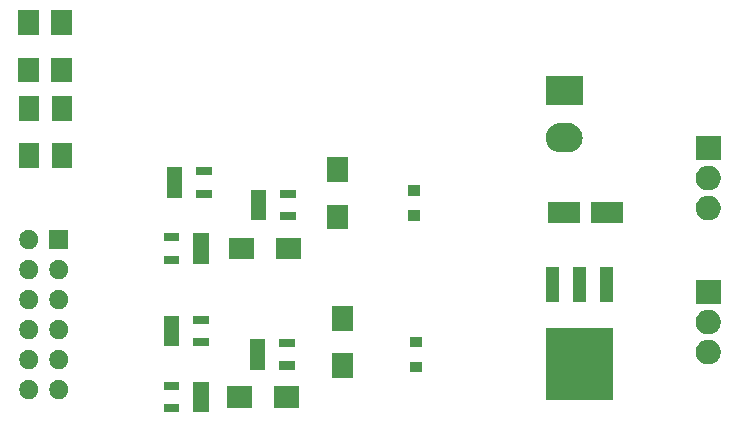
<source format=gts>
G04 #@! TF.GenerationSoftware,KiCad,Pcbnew,(5.1.2)-2*
G04 #@! TF.CreationDate,2019-07-07T18:05:40+09:00*
G04 #@! TF.ProjectId,PmodICSIF,506d6f64-4943-4534-9946-2e6b69636164,rev?*
G04 #@! TF.SameCoordinates,Original*
G04 #@! TF.FileFunction,Soldermask,Top*
G04 #@! TF.FilePolarity,Negative*
%FSLAX46Y46*%
G04 Gerber Fmt 4.6, Leading zero omitted, Abs format (unit mm)*
G04 Created by KiCad (PCBNEW (5.1.2)-2) date 2019-07-07 18:05:40*
%MOMM*%
%LPD*%
G04 APERTURE LIST*
%ADD10C,0.100000*%
G04 APERTURE END LIST*
D10*
G36*
X88896000Y-98456000D02*
G01*
X87594000Y-98456000D01*
X87594000Y-95854000D01*
X88896000Y-95854000D01*
X88896000Y-98456000D01*
X88896000Y-98456000D01*
G37*
G36*
X86396000Y-98456000D02*
G01*
X85094000Y-98456000D01*
X85094000Y-97754000D01*
X86396000Y-97754000D01*
X86396000Y-98456000D01*
X86396000Y-98456000D01*
G37*
G36*
X92555000Y-98056000D02*
G01*
X90453000Y-98056000D01*
X90453000Y-96254000D01*
X92555000Y-96254000D01*
X92555000Y-98056000D01*
X92555000Y-98056000D01*
G37*
G36*
X96555000Y-98056000D02*
G01*
X94453000Y-98056000D01*
X94453000Y-96254000D01*
X96555000Y-96254000D01*
X96555000Y-98056000D01*
X96555000Y-98056000D01*
G37*
G36*
X123091000Y-97406000D02*
G01*
X117439000Y-97406000D01*
X117439000Y-91354000D01*
X123091000Y-91354000D01*
X123091000Y-97406000D01*
X123091000Y-97406000D01*
G37*
G36*
X73897142Y-95738242D02*
G01*
X74045101Y-95799529D01*
X74178255Y-95888499D01*
X74291501Y-96001745D01*
X74380471Y-96134899D01*
X74441758Y-96282858D01*
X74473000Y-96439925D01*
X74473000Y-96600075D01*
X74441758Y-96757142D01*
X74380471Y-96905101D01*
X74291501Y-97038255D01*
X74178255Y-97151501D01*
X74045101Y-97240471D01*
X73897142Y-97301758D01*
X73740075Y-97333000D01*
X73579925Y-97333000D01*
X73422858Y-97301758D01*
X73274899Y-97240471D01*
X73141745Y-97151501D01*
X73028499Y-97038255D01*
X72939529Y-96905101D01*
X72878242Y-96757142D01*
X72847000Y-96600075D01*
X72847000Y-96439925D01*
X72878242Y-96282858D01*
X72939529Y-96134899D01*
X73028499Y-96001745D01*
X73141745Y-95888499D01*
X73274899Y-95799529D01*
X73422858Y-95738242D01*
X73579925Y-95707000D01*
X73740075Y-95707000D01*
X73897142Y-95738242D01*
X73897142Y-95738242D01*
G37*
G36*
X76437142Y-95738242D02*
G01*
X76585101Y-95799529D01*
X76718255Y-95888499D01*
X76831501Y-96001745D01*
X76920471Y-96134899D01*
X76981758Y-96282858D01*
X77013000Y-96439925D01*
X77013000Y-96600075D01*
X76981758Y-96757142D01*
X76920471Y-96905101D01*
X76831501Y-97038255D01*
X76718255Y-97151501D01*
X76585101Y-97240471D01*
X76437142Y-97301758D01*
X76280075Y-97333000D01*
X76119925Y-97333000D01*
X75962858Y-97301758D01*
X75814899Y-97240471D01*
X75681745Y-97151501D01*
X75568499Y-97038255D01*
X75479529Y-96905101D01*
X75418242Y-96757142D01*
X75387000Y-96600075D01*
X75387000Y-96439925D01*
X75418242Y-96282858D01*
X75479529Y-96134899D01*
X75568499Y-96001745D01*
X75681745Y-95888499D01*
X75814899Y-95799529D01*
X75962858Y-95738242D01*
X76119925Y-95707000D01*
X76280075Y-95707000D01*
X76437142Y-95738242D01*
X76437142Y-95738242D01*
G37*
G36*
X86396000Y-96556000D02*
G01*
X85094000Y-96556000D01*
X85094000Y-95854000D01*
X86396000Y-95854000D01*
X86396000Y-96556000D01*
X86396000Y-96556000D01*
G37*
G36*
X101104000Y-95539000D02*
G01*
X99302000Y-95539000D01*
X99302000Y-93437000D01*
X101104000Y-93437000D01*
X101104000Y-95539000D01*
X101104000Y-95539000D01*
G37*
G36*
X106927000Y-95066000D02*
G01*
X105925000Y-95066000D01*
X105925000Y-94164000D01*
X106927000Y-94164000D01*
X106927000Y-95066000D01*
X106927000Y-95066000D01*
G37*
G36*
X96155000Y-94834000D02*
G01*
X94853000Y-94834000D01*
X94853000Y-94132000D01*
X96155000Y-94132000D01*
X96155000Y-94834000D01*
X96155000Y-94834000D01*
G37*
G36*
X93655000Y-94834000D02*
G01*
X92353000Y-94834000D01*
X92353000Y-92232000D01*
X93655000Y-92232000D01*
X93655000Y-94834000D01*
X93655000Y-94834000D01*
G37*
G36*
X73897142Y-93198242D02*
G01*
X74045101Y-93259529D01*
X74178255Y-93348499D01*
X74291501Y-93461745D01*
X74380471Y-93594899D01*
X74441758Y-93742858D01*
X74473000Y-93899925D01*
X74473000Y-94060075D01*
X74441758Y-94217142D01*
X74380471Y-94365101D01*
X74291501Y-94498255D01*
X74178255Y-94611501D01*
X74045101Y-94700471D01*
X73897142Y-94761758D01*
X73740075Y-94793000D01*
X73579925Y-94793000D01*
X73422858Y-94761758D01*
X73274899Y-94700471D01*
X73141745Y-94611501D01*
X73028499Y-94498255D01*
X72939529Y-94365101D01*
X72878242Y-94217142D01*
X72847000Y-94060075D01*
X72847000Y-93899925D01*
X72878242Y-93742858D01*
X72939529Y-93594899D01*
X73028499Y-93461745D01*
X73141745Y-93348499D01*
X73274899Y-93259529D01*
X73422858Y-93198242D01*
X73579925Y-93167000D01*
X73740075Y-93167000D01*
X73897142Y-93198242D01*
X73897142Y-93198242D01*
G37*
G36*
X76437142Y-93198242D02*
G01*
X76585101Y-93259529D01*
X76718255Y-93348499D01*
X76831501Y-93461745D01*
X76920471Y-93594899D01*
X76981758Y-93742858D01*
X77013000Y-93899925D01*
X77013000Y-94060075D01*
X76981758Y-94217142D01*
X76920471Y-94365101D01*
X76831501Y-94498255D01*
X76718255Y-94611501D01*
X76585101Y-94700471D01*
X76437142Y-94761758D01*
X76280075Y-94793000D01*
X76119925Y-94793000D01*
X75962858Y-94761758D01*
X75814899Y-94700471D01*
X75681745Y-94611501D01*
X75568499Y-94498255D01*
X75479529Y-94365101D01*
X75418242Y-94217142D01*
X75387000Y-94060075D01*
X75387000Y-93899925D01*
X75418242Y-93742858D01*
X75479529Y-93594899D01*
X75568499Y-93461745D01*
X75681745Y-93348499D01*
X75814899Y-93259529D01*
X75962858Y-93198242D01*
X76119925Y-93167000D01*
X76280075Y-93167000D01*
X76437142Y-93198242D01*
X76437142Y-93198242D01*
G37*
G36*
X131497564Y-92334389D02*
G01*
X131688833Y-92413615D01*
X131688835Y-92413616D01*
X131860973Y-92528635D01*
X132007365Y-92675027D01*
X132122385Y-92847167D01*
X132201611Y-93038436D01*
X132242000Y-93241484D01*
X132242000Y-93448516D01*
X132201611Y-93651564D01*
X132163796Y-93742857D01*
X132122384Y-93842835D01*
X132007365Y-94014973D01*
X131860973Y-94161365D01*
X131688835Y-94276384D01*
X131688834Y-94276385D01*
X131688833Y-94276385D01*
X131497564Y-94355611D01*
X131294516Y-94396000D01*
X131087484Y-94396000D01*
X130884436Y-94355611D01*
X130693167Y-94276385D01*
X130693166Y-94276385D01*
X130693165Y-94276384D01*
X130521027Y-94161365D01*
X130374635Y-94014973D01*
X130259616Y-93842835D01*
X130218204Y-93742857D01*
X130180389Y-93651564D01*
X130140000Y-93448516D01*
X130140000Y-93241484D01*
X130180389Y-93038436D01*
X130259615Y-92847167D01*
X130374635Y-92675027D01*
X130521027Y-92528635D01*
X130693165Y-92413616D01*
X130693167Y-92413615D01*
X130884436Y-92334389D01*
X131087484Y-92294000D01*
X131294516Y-92294000D01*
X131497564Y-92334389D01*
X131497564Y-92334389D01*
G37*
G36*
X106927000Y-92966000D02*
G01*
X105925000Y-92966000D01*
X105925000Y-92064000D01*
X106927000Y-92064000D01*
X106927000Y-92966000D01*
X106927000Y-92966000D01*
G37*
G36*
X96155000Y-92934000D02*
G01*
X94853000Y-92934000D01*
X94853000Y-92232000D01*
X96155000Y-92232000D01*
X96155000Y-92934000D01*
X96155000Y-92934000D01*
G37*
G36*
X86396000Y-92868000D02*
G01*
X85094000Y-92868000D01*
X85094000Y-90266000D01*
X86396000Y-90266000D01*
X86396000Y-92868000D01*
X86396000Y-92868000D01*
G37*
G36*
X88896000Y-92868000D02*
G01*
X87594000Y-92868000D01*
X87594000Y-92166000D01*
X88896000Y-92166000D01*
X88896000Y-92868000D01*
X88896000Y-92868000D01*
G37*
G36*
X76437142Y-90658242D02*
G01*
X76585101Y-90719529D01*
X76718255Y-90808499D01*
X76831501Y-90921745D01*
X76920471Y-91054899D01*
X76981758Y-91202858D01*
X77013000Y-91359925D01*
X77013000Y-91520075D01*
X76981758Y-91677142D01*
X76920471Y-91825101D01*
X76831501Y-91958255D01*
X76718255Y-92071501D01*
X76585101Y-92160471D01*
X76437142Y-92221758D01*
X76280075Y-92253000D01*
X76119925Y-92253000D01*
X75962858Y-92221758D01*
X75814899Y-92160471D01*
X75681745Y-92071501D01*
X75568499Y-91958255D01*
X75479529Y-91825101D01*
X75418242Y-91677142D01*
X75387000Y-91520075D01*
X75387000Y-91359925D01*
X75418242Y-91202858D01*
X75479529Y-91054899D01*
X75568499Y-90921745D01*
X75681745Y-90808499D01*
X75814899Y-90719529D01*
X75962858Y-90658242D01*
X76119925Y-90627000D01*
X76280075Y-90627000D01*
X76437142Y-90658242D01*
X76437142Y-90658242D01*
G37*
G36*
X73897142Y-90658242D02*
G01*
X74045101Y-90719529D01*
X74178255Y-90808499D01*
X74291501Y-90921745D01*
X74380471Y-91054899D01*
X74441758Y-91202858D01*
X74473000Y-91359925D01*
X74473000Y-91520075D01*
X74441758Y-91677142D01*
X74380471Y-91825101D01*
X74291501Y-91958255D01*
X74178255Y-92071501D01*
X74045101Y-92160471D01*
X73897142Y-92221758D01*
X73740075Y-92253000D01*
X73579925Y-92253000D01*
X73422858Y-92221758D01*
X73274899Y-92160471D01*
X73141745Y-92071501D01*
X73028499Y-91958255D01*
X72939529Y-91825101D01*
X72878242Y-91677142D01*
X72847000Y-91520075D01*
X72847000Y-91359925D01*
X72878242Y-91202858D01*
X72939529Y-91054899D01*
X73028499Y-90921745D01*
X73141745Y-90808499D01*
X73274899Y-90719529D01*
X73422858Y-90658242D01*
X73579925Y-90627000D01*
X73740075Y-90627000D01*
X73897142Y-90658242D01*
X73897142Y-90658242D01*
G37*
G36*
X131497564Y-89794389D02*
G01*
X131688833Y-89873615D01*
X131688835Y-89873616D01*
X131860973Y-89988635D01*
X132007365Y-90135027D01*
X132122385Y-90307167D01*
X132201611Y-90498436D01*
X132242000Y-90701484D01*
X132242000Y-90908516D01*
X132201611Y-91111564D01*
X132163796Y-91202857D01*
X132122384Y-91302835D01*
X132007365Y-91474973D01*
X131860973Y-91621365D01*
X131688835Y-91736384D01*
X131688834Y-91736385D01*
X131688833Y-91736385D01*
X131497564Y-91815611D01*
X131294516Y-91856000D01*
X131087484Y-91856000D01*
X130884436Y-91815611D01*
X130693167Y-91736385D01*
X130693166Y-91736385D01*
X130693165Y-91736384D01*
X130521027Y-91621365D01*
X130374635Y-91474973D01*
X130259616Y-91302835D01*
X130218204Y-91202857D01*
X130180389Y-91111564D01*
X130140000Y-90908516D01*
X130140000Y-90701484D01*
X130180389Y-90498436D01*
X130259615Y-90307167D01*
X130374635Y-90135027D01*
X130521027Y-89988635D01*
X130693165Y-89873616D01*
X130693167Y-89873615D01*
X130884436Y-89794389D01*
X131087484Y-89754000D01*
X131294516Y-89754000D01*
X131497564Y-89794389D01*
X131497564Y-89794389D01*
G37*
G36*
X101104000Y-91539000D02*
G01*
X99302000Y-91539000D01*
X99302000Y-89437000D01*
X101104000Y-89437000D01*
X101104000Y-91539000D01*
X101104000Y-91539000D01*
G37*
G36*
X88896000Y-90968000D02*
G01*
X87594000Y-90968000D01*
X87594000Y-90266000D01*
X88896000Y-90266000D01*
X88896000Y-90968000D01*
X88896000Y-90968000D01*
G37*
G36*
X73897142Y-88118242D02*
G01*
X74045101Y-88179529D01*
X74178255Y-88268499D01*
X74291501Y-88381745D01*
X74380471Y-88514899D01*
X74441758Y-88662858D01*
X74473000Y-88819925D01*
X74473000Y-88980075D01*
X74441758Y-89137142D01*
X74380471Y-89285101D01*
X74291501Y-89418255D01*
X74178255Y-89531501D01*
X74045101Y-89620471D01*
X73897142Y-89681758D01*
X73740075Y-89713000D01*
X73579925Y-89713000D01*
X73422858Y-89681758D01*
X73274899Y-89620471D01*
X73141745Y-89531501D01*
X73028499Y-89418255D01*
X72939529Y-89285101D01*
X72878242Y-89137142D01*
X72847000Y-88980075D01*
X72847000Y-88819925D01*
X72878242Y-88662858D01*
X72939529Y-88514899D01*
X73028499Y-88381745D01*
X73141745Y-88268499D01*
X73274899Y-88179529D01*
X73422858Y-88118242D01*
X73579925Y-88087000D01*
X73740075Y-88087000D01*
X73897142Y-88118242D01*
X73897142Y-88118242D01*
G37*
G36*
X76437142Y-88118242D02*
G01*
X76585101Y-88179529D01*
X76718255Y-88268499D01*
X76831501Y-88381745D01*
X76920471Y-88514899D01*
X76981758Y-88662858D01*
X77013000Y-88819925D01*
X77013000Y-88980075D01*
X76981758Y-89137142D01*
X76920471Y-89285101D01*
X76831501Y-89418255D01*
X76718255Y-89531501D01*
X76585101Y-89620471D01*
X76437142Y-89681758D01*
X76280075Y-89713000D01*
X76119925Y-89713000D01*
X75962858Y-89681758D01*
X75814899Y-89620471D01*
X75681745Y-89531501D01*
X75568499Y-89418255D01*
X75479529Y-89285101D01*
X75418242Y-89137142D01*
X75387000Y-88980075D01*
X75387000Y-88819925D01*
X75418242Y-88662858D01*
X75479529Y-88514899D01*
X75568499Y-88381745D01*
X75681745Y-88268499D01*
X75814899Y-88179529D01*
X75962858Y-88118242D01*
X76119925Y-88087000D01*
X76280075Y-88087000D01*
X76437142Y-88118242D01*
X76437142Y-88118242D01*
G37*
G36*
X132242000Y-89316000D02*
G01*
X130140000Y-89316000D01*
X130140000Y-87214000D01*
X132242000Y-87214000D01*
X132242000Y-89316000D01*
X132242000Y-89316000D01*
G37*
G36*
X120816000Y-89106000D02*
G01*
X119714000Y-89106000D01*
X119714000Y-86154000D01*
X120816000Y-86154000D01*
X120816000Y-89106000D01*
X120816000Y-89106000D01*
G37*
G36*
X123106000Y-89106000D02*
G01*
X122004000Y-89106000D01*
X122004000Y-86154000D01*
X123106000Y-86154000D01*
X123106000Y-89106000D01*
X123106000Y-89106000D01*
G37*
G36*
X118526000Y-89106000D02*
G01*
X117424000Y-89106000D01*
X117424000Y-86154000D01*
X118526000Y-86154000D01*
X118526000Y-89106000D01*
X118526000Y-89106000D01*
G37*
G36*
X73897142Y-85578242D02*
G01*
X74045101Y-85639529D01*
X74178255Y-85728499D01*
X74291501Y-85841745D01*
X74380471Y-85974899D01*
X74441758Y-86122858D01*
X74473000Y-86279925D01*
X74473000Y-86440075D01*
X74441758Y-86597142D01*
X74380471Y-86745101D01*
X74291501Y-86878255D01*
X74178255Y-86991501D01*
X74045101Y-87080471D01*
X73897142Y-87141758D01*
X73740075Y-87173000D01*
X73579925Y-87173000D01*
X73422858Y-87141758D01*
X73274899Y-87080471D01*
X73141745Y-86991501D01*
X73028499Y-86878255D01*
X72939529Y-86745101D01*
X72878242Y-86597142D01*
X72847000Y-86440075D01*
X72847000Y-86279925D01*
X72878242Y-86122858D01*
X72939529Y-85974899D01*
X73028499Y-85841745D01*
X73141745Y-85728499D01*
X73274899Y-85639529D01*
X73422858Y-85578242D01*
X73579925Y-85547000D01*
X73740075Y-85547000D01*
X73897142Y-85578242D01*
X73897142Y-85578242D01*
G37*
G36*
X76437142Y-85578242D02*
G01*
X76585101Y-85639529D01*
X76718255Y-85728499D01*
X76831501Y-85841745D01*
X76920471Y-85974899D01*
X76981758Y-86122858D01*
X77013000Y-86279925D01*
X77013000Y-86440075D01*
X76981758Y-86597142D01*
X76920471Y-86745101D01*
X76831501Y-86878255D01*
X76718255Y-86991501D01*
X76585101Y-87080471D01*
X76437142Y-87141758D01*
X76280075Y-87173000D01*
X76119925Y-87173000D01*
X75962858Y-87141758D01*
X75814899Y-87080471D01*
X75681745Y-86991501D01*
X75568499Y-86878255D01*
X75479529Y-86745101D01*
X75418242Y-86597142D01*
X75387000Y-86440075D01*
X75387000Y-86279925D01*
X75418242Y-86122858D01*
X75479529Y-85974899D01*
X75568499Y-85841745D01*
X75681745Y-85728499D01*
X75814899Y-85639529D01*
X75962858Y-85578242D01*
X76119925Y-85547000D01*
X76280075Y-85547000D01*
X76437142Y-85578242D01*
X76437142Y-85578242D01*
G37*
G36*
X88896000Y-85883000D02*
G01*
X87594000Y-85883000D01*
X87594000Y-83281000D01*
X88896000Y-83281000D01*
X88896000Y-85883000D01*
X88896000Y-85883000D01*
G37*
G36*
X86396000Y-85883000D02*
G01*
X85094000Y-85883000D01*
X85094000Y-85181000D01*
X86396000Y-85181000D01*
X86396000Y-85883000D01*
X86396000Y-85883000D01*
G37*
G36*
X92682000Y-85483000D02*
G01*
X90580000Y-85483000D01*
X90580000Y-83681000D01*
X92682000Y-83681000D01*
X92682000Y-85483000D01*
X92682000Y-85483000D01*
G37*
G36*
X96682000Y-85483000D02*
G01*
X94580000Y-85483000D01*
X94580000Y-83681000D01*
X96682000Y-83681000D01*
X96682000Y-85483000D01*
X96682000Y-85483000D01*
G37*
G36*
X77013000Y-84633000D02*
G01*
X75387000Y-84633000D01*
X75387000Y-83007000D01*
X77013000Y-83007000D01*
X77013000Y-84633000D01*
X77013000Y-84633000D01*
G37*
G36*
X73897142Y-83038242D02*
G01*
X74045101Y-83099529D01*
X74178255Y-83188499D01*
X74291501Y-83301745D01*
X74380471Y-83434899D01*
X74441758Y-83582858D01*
X74473000Y-83739925D01*
X74473000Y-83900075D01*
X74441758Y-84057142D01*
X74380471Y-84205101D01*
X74291501Y-84338255D01*
X74178255Y-84451501D01*
X74045101Y-84540471D01*
X73897142Y-84601758D01*
X73740075Y-84633000D01*
X73579925Y-84633000D01*
X73422858Y-84601758D01*
X73274899Y-84540471D01*
X73141745Y-84451501D01*
X73028499Y-84338255D01*
X72939529Y-84205101D01*
X72878242Y-84057142D01*
X72847000Y-83900075D01*
X72847000Y-83739925D01*
X72878242Y-83582858D01*
X72939529Y-83434899D01*
X73028499Y-83301745D01*
X73141745Y-83188499D01*
X73274899Y-83099529D01*
X73422858Y-83038242D01*
X73579925Y-83007000D01*
X73740075Y-83007000D01*
X73897142Y-83038242D01*
X73897142Y-83038242D01*
G37*
G36*
X86396000Y-83983000D02*
G01*
X85094000Y-83983000D01*
X85094000Y-83281000D01*
X86396000Y-83281000D01*
X86396000Y-83983000D01*
X86396000Y-83983000D01*
G37*
G36*
X100723000Y-82966000D02*
G01*
X98921000Y-82966000D01*
X98921000Y-80864000D01*
X100723000Y-80864000D01*
X100723000Y-82966000D01*
X100723000Y-82966000D01*
G37*
G36*
X120350000Y-82385000D02*
G01*
X117648000Y-82385000D01*
X117648000Y-80683000D01*
X120350000Y-80683000D01*
X120350000Y-82385000D01*
X120350000Y-82385000D01*
G37*
G36*
X123950000Y-82385000D02*
G01*
X121248000Y-82385000D01*
X121248000Y-80683000D01*
X123950000Y-80683000D01*
X123950000Y-82385000D01*
X123950000Y-82385000D01*
G37*
G36*
X106800000Y-82239000D02*
G01*
X105798000Y-82239000D01*
X105798000Y-81337000D01*
X106800000Y-81337000D01*
X106800000Y-82239000D01*
X106800000Y-82239000D01*
G37*
G36*
X131497564Y-80142389D02*
G01*
X131688833Y-80221615D01*
X131688835Y-80221616D01*
X131860973Y-80336635D01*
X132007365Y-80483027D01*
X132050779Y-80548000D01*
X132122385Y-80655167D01*
X132201611Y-80846436D01*
X132242000Y-81049484D01*
X132242000Y-81256516D01*
X132201611Y-81459564D01*
X132185690Y-81498000D01*
X132122384Y-81650835D01*
X132007365Y-81822973D01*
X131860973Y-81969365D01*
X131688835Y-82084384D01*
X131688834Y-82084385D01*
X131688833Y-82084385D01*
X131497564Y-82163611D01*
X131294516Y-82204000D01*
X131087484Y-82204000D01*
X130884436Y-82163611D01*
X130693167Y-82084385D01*
X130693166Y-82084385D01*
X130693165Y-82084384D01*
X130521027Y-81969365D01*
X130374635Y-81822973D01*
X130259616Y-81650835D01*
X130196310Y-81498000D01*
X130180389Y-81459564D01*
X130140000Y-81256516D01*
X130140000Y-81049484D01*
X130180389Y-80846436D01*
X130259615Y-80655167D01*
X130331222Y-80548000D01*
X130374635Y-80483027D01*
X130521027Y-80336635D01*
X130693165Y-80221616D01*
X130693167Y-80221615D01*
X130884436Y-80142389D01*
X131087484Y-80102000D01*
X131294516Y-80102000D01*
X131497564Y-80142389D01*
X131497564Y-80142389D01*
G37*
G36*
X93762000Y-82200000D02*
G01*
X92460000Y-82200000D01*
X92460000Y-79598000D01*
X93762000Y-79598000D01*
X93762000Y-82200000D01*
X93762000Y-82200000D01*
G37*
G36*
X96262000Y-82200000D02*
G01*
X94960000Y-82200000D01*
X94960000Y-81498000D01*
X96262000Y-81498000D01*
X96262000Y-82200000D01*
X96262000Y-82200000D01*
G37*
G36*
X96262000Y-80300000D02*
G01*
X94960000Y-80300000D01*
X94960000Y-79598000D01*
X96262000Y-79598000D01*
X96262000Y-80300000D01*
X96262000Y-80300000D01*
G37*
G36*
X89150000Y-80295000D02*
G01*
X87848000Y-80295000D01*
X87848000Y-79593000D01*
X89150000Y-79593000D01*
X89150000Y-80295000D01*
X89150000Y-80295000D01*
G37*
G36*
X86650000Y-80295000D02*
G01*
X85348000Y-80295000D01*
X85348000Y-77693000D01*
X86650000Y-77693000D01*
X86650000Y-80295000D01*
X86650000Y-80295000D01*
G37*
G36*
X106800000Y-80139000D02*
G01*
X105798000Y-80139000D01*
X105798000Y-79237000D01*
X106800000Y-79237000D01*
X106800000Y-80139000D01*
X106800000Y-80139000D01*
G37*
G36*
X131497564Y-77602389D02*
G01*
X131688833Y-77681615D01*
X131688835Y-77681616D01*
X131705872Y-77693000D01*
X131860973Y-77796635D01*
X132007365Y-77943027D01*
X132122385Y-78115167D01*
X132201611Y-78306436D01*
X132242000Y-78509484D01*
X132242000Y-78716516D01*
X132201611Y-78919564D01*
X132122385Y-79110833D01*
X132122384Y-79110835D01*
X132007365Y-79282973D01*
X131860973Y-79429365D01*
X131688835Y-79544384D01*
X131688834Y-79544385D01*
X131688833Y-79544385D01*
X131497564Y-79623611D01*
X131294516Y-79664000D01*
X131087484Y-79664000D01*
X130884436Y-79623611D01*
X130693167Y-79544385D01*
X130693166Y-79544385D01*
X130693165Y-79544384D01*
X130521027Y-79429365D01*
X130374635Y-79282973D01*
X130259616Y-79110835D01*
X130259615Y-79110833D01*
X130180389Y-78919564D01*
X130140000Y-78716516D01*
X130140000Y-78509484D01*
X130180389Y-78306436D01*
X130259615Y-78115167D01*
X130374635Y-77943027D01*
X130521027Y-77796635D01*
X130676128Y-77693000D01*
X130693165Y-77681616D01*
X130693167Y-77681615D01*
X130884436Y-77602389D01*
X131087484Y-77562000D01*
X131294516Y-77562000D01*
X131497564Y-77602389D01*
X131497564Y-77602389D01*
G37*
G36*
X100723000Y-78966000D02*
G01*
X98921000Y-78966000D01*
X98921000Y-76864000D01*
X100723000Y-76864000D01*
X100723000Y-78966000D01*
X100723000Y-78966000D01*
G37*
G36*
X89150000Y-78395000D02*
G01*
X87848000Y-78395000D01*
X87848000Y-77693000D01*
X89150000Y-77693000D01*
X89150000Y-78395000D01*
X89150000Y-78395000D01*
G37*
G36*
X77305000Y-77759000D02*
G01*
X75603000Y-77759000D01*
X75603000Y-75657000D01*
X77305000Y-75657000D01*
X77305000Y-77759000D01*
X77305000Y-77759000D01*
G37*
G36*
X74511000Y-77759000D02*
G01*
X72809000Y-77759000D01*
X72809000Y-75657000D01*
X74511000Y-75657000D01*
X74511000Y-77759000D01*
X74511000Y-77759000D01*
G37*
G36*
X132242000Y-77124000D02*
G01*
X130140000Y-77124000D01*
X130140000Y-75022000D01*
X132242000Y-75022000D01*
X132242000Y-77124000D01*
X132242000Y-77124000D01*
G37*
G36*
X119564338Y-73998739D02*
G01*
X119795440Y-74068843D01*
X120008425Y-74182686D01*
X120195107Y-74335893D01*
X120348314Y-74522575D01*
X120462157Y-74735560D01*
X120532261Y-74966662D01*
X120555932Y-75207000D01*
X120532261Y-75447338D01*
X120462157Y-75678440D01*
X120348314Y-75891425D01*
X120195107Y-76078107D01*
X120008425Y-76231314D01*
X119795440Y-76345157D01*
X119564338Y-76415261D01*
X119384229Y-76433000D01*
X118613771Y-76433000D01*
X118433662Y-76415261D01*
X118202560Y-76345157D01*
X117989575Y-76231314D01*
X117802893Y-76078107D01*
X117649686Y-75891425D01*
X117535843Y-75678440D01*
X117465739Y-75447338D01*
X117442068Y-75207000D01*
X117465739Y-74966662D01*
X117535843Y-74735560D01*
X117649686Y-74522575D01*
X117802893Y-74335893D01*
X117989575Y-74182686D01*
X118202560Y-74068843D01*
X118433662Y-73998739D01*
X118613771Y-73981000D01*
X119384229Y-73981000D01*
X119564338Y-73998739D01*
X119564338Y-73998739D01*
G37*
G36*
X74511000Y-73759000D02*
G01*
X72809000Y-73759000D01*
X72809000Y-71657000D01*
X74511000Y-71657000D01*
X74511000Y-73759000D01*
X74511000Y-73759000D01*
G37*
G36*
X77305000Y-73759000D02*
G01*
X75603000Y-73759000D01*
X75603000Y-71657000D01*
X77305000Y-71657000D01*
X77305000Y-73759000D01*
X77305000Y-73759000D01*
G37*
G36*
X120550000Y-72473000D02*
G01*
X117448000Y-72473000D01*
X117448000Y-70021000D01*
X120550000Y-70021000D01*
X120550000Y-72473000D01*
X120550000Y-72473000D01*
G37*
G36*
X74561000Y-70520000D02*
G01*
X72759000Y-70520000D01*
X72759000Y-68418000D01*
X74561000Y-68418000D01*
X74561000Y-70520000D01*
X74561000Y-70520000D01*
G37*
G36*
X77355000Y-70520000D02*
G01*
X75553000Y-70520000D01*
X75553000Y-68418000D01*
X77355000Y-68418000D01*
X77355000Y-70520000D01*
X77355000Y-70520000D01*
G37*
G36*
X74561000Y-66520000D02*
G01*
X72759000Y-66520000D01*
X72759000Y-64418000D01*
X74561000Y-64418000D01*
X74561000Y-66520000D01*
X74561000Y-66520000D01*
G37*
G36*
X77355000Y-66520000D02*
G01*
X75553000Y-66520000D01*
X75553000Y-64418000D01*
X77355000Y-64418000D01*
X77355000Y-66520000D01*
X77355000Y-66520000D01*
G37*
M02*

</source>
